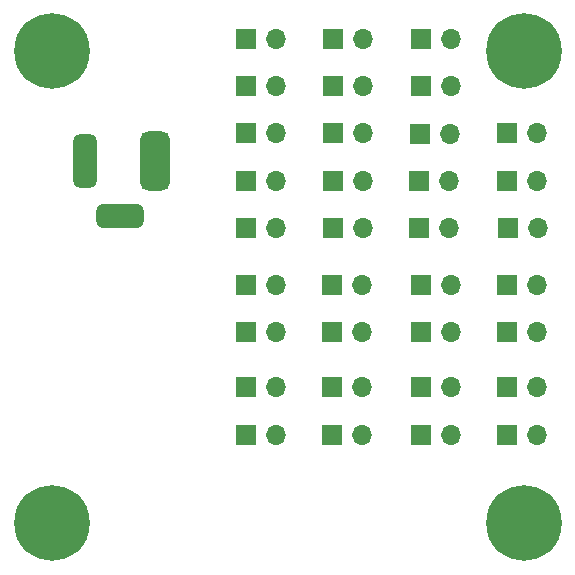
<source format=gbs>
%TF.GenerationSoftware,KiCad,Pcbnew,7.0.10-7.0.10~ubuntu22.04.1*%
%TF.CreationDate,2024-01-03T18:05:14-08:00*%
%TF.ProjectId,YamhillPowerDistribution,59616d68-696c-46c5-906f-776572446973,A*%
%TF.SameCoordinates,Original*%
%TF.FileFunction,Soldermask,Bot*%
%TF.FilePolarity,Negative*%
%FSLAX46Y46*%
G04 Gerber Fmt 4.6, Leading zero omitted, Abs format (unit mm)*
G04 Created by KiCad (PCBNEW 7.0.10-7.0.10~ubuntu22.04.1) date 2024-01-03 18:05:14*
%MOMM*%
%LPD*%
G01*
G04 APERTURE LIST*
G04 Aperture macros list*
%AMRoundRect*
0 Rectangle with rounded corners*
0 $1 Rounding radius*
0 $2 $3 $4 $5 $6 $7 $8 $9 X,Y pos of 4 corners*
0 Add a 4 corners polygon primitive as box body*
4,1,4,$2,$3,$4,$5,$6,$7,$8,$9,$2,$3,0*
0 Add four circle primitives for the rounded corners*
1,1,$1+$1,$2,$3*
1,1,$1+$1,$4,$5*
1,1,$1+$1,$6,$7*
1,1,$1+$1,$8,$9*
0 Add four rect primitives between the rounded corners*
20,1,$1+$1,$2,$3,$4,$5,0*
20,1,$1+$1,$4,$5,$6,$7,0*
20,1,$1+$1,$6,$7,$8,$9,0*
20,1,$1+$1,$8,$9,$2,$3,0*%
G04 Aperture macros list end*
%ADD10C,0.800000*%
%ADD11C,6.400000*%
%ADD12R,1.700000X1.700000*%
%ADD13O,1.700000X1.700000*%
%ADD14RoundRect,0.625000X-0.625000X1.875000X-0.625000X-1.875000X0.625000X-1.875000X0.625000X1.875000X0*%
%ADD15RoundRect,0.500000X-0.500000X1.750000X-0.500000X-1.750000X0.500000X-1.750000X0.500000X1.750000X0*%
%ADD16RoundRect,0.500000X-1.500000X0.500000X-1.500000X-0.500000X1.500000X-0.500000X1.500000X0.500000X0*%
G04 APERTURE END LIST*
D10*
%TO.C,H3*%
X102600000Y-95000000D03*
X103302944Y-93302944D03*
X103302944Y-96697056D03*
X105000000Y-92600000D03*
D11*
X105000000Y-95000000D03*
D10*
X105000000Y-97400000D03*
X106697056Y-93302944D03*
X106697056Y-96697056D03*
X107400000Y-95000000D03*
%TD*%
D12*
%TO.C,J33*%
X128860000Y-66000000D03*
D13*
X131400000Y-66000000D03*
%TD*%
D12*
%TO.C,J14*%
X136250000Y-53975000D03*
D13*
X138790000Y-53975000D03*
%TD*%
D12*
%TO.C,J5*%
X143550000Y-74800000D03*
D13*
X146090000Y-74800000D03*
%TD*%
D12*
%TO.C,J9*%
X143550000Y-78775000D03*
D13*
X146090000Y-78775000D03*
%TD*%
D12*
%TO.C,J13*%
X128850000Y-53975000D03*
D13*
X131390000Y-53975000D03*
%TD*%
D12*
%TO.C,J2*%
X121450000Y-74800000D03*
D13*
X123990000Y-74800000D03*
%TD*%
D10*
%TO.C,H2*%
X142600000Y-55000000D03*
X143302944Y-53302944D03*
X143302944Y-56697056D03*
X145000000Y-52600000D03*
D11*
X145000000Y-55000000D03*
D10*
X145000000Y-57400000D03*
X146697056Y-53302944D03*
X146697056Y-56697056D03*
X147400000Y-55000000D03*
%TD*%
D12*
%TO.C,J22*%
X128750000Y-87475000D03*
D13*
X131290000Y-87475000D03*
%TD*%
D12*
%TO.C,J24*%
X143550000Y-83475000D03*
D13*
X146090000Y-83475000D03*
%TD*%
D12*
%TO.C,J3*%
X128750000Y-74800000D03*
D13*
X131290000Y-74800000D03*
%TD*%
D12*
%TO.C,J26*%
X121450000Y-69975000D03*
D13*
X123990000Y-69975000D03*
%TD*%
D12*
%TO.C,J17*%
X136250000Y-57975000D03*
D13*
X138790000Y-57975000D03*
%TD*%
D12*
%TO.C,J4*%
X136250000Y-74800000D03*
D13*
X138790000Y-74800000D03*
%TD*%
D12*
%TO.C,J29*%
X143650000Y-69975000D03*
D13*
X146190000Y-69975000D03*
%TD*%
D12*
%TO.C,J6*%
X121450000Y-78775000D03*
D13*
X123990000Y-78775000D03*
%TD*%
D12*
%TO.C,J16*%
X128850000Y-57975000D03*
D13*
X131390000Y-57975000D03*
%TD*%
D12*
%TO.C,J20*%
X143550000Y-87475000D03*
D13*
X146090000Y-87475000D03*
%TD*%
D12*
%TO.C,J8*%
X136250000Y-78775000D03*
D13*
X138790000Y-78775000D03*
%TD*%
D12*
%TO.C,J10*%
X121450000Y-61975000D03*
D13*
X123990000Y-61975000D03*
%TD*%
D10*
%TO.C,H4*%
X142600000Y-95000000D03*
X143302944Y-93302944D03*
X143302944Y-96697056D03*
X145000000Y-92600000D03*
D11*
X145000000Y-95000000D03*
D10*
X145000000Y-97400000D03*
X146697056Y-93302944D03*
X146697056Y-96697056D03*
X147400000Y-95000000D03*
%TD*%
D12*
%TO.C,J11*%
X128850000Y-61975000D03*
D13*
X131390000Y-61975000D03*
%TD*%
D12*
%TO.C,J21*%
X136250000Y-87475000D03*
D13*
X138790000Y-87475000D03*
%TD*%
D12*
%TO.C,J28*%
X136150000Y-69975000D03*
D13*
X138690000Y-69975000D03*
%TD*%
D12*
%TO.C,J7*%
X128750000Y-78775000D03*
D13*
X131290000Y-78775000D03*
%TD*%
D10*
%TO.C,H1*%
X102600000Y-55000000D03*
X103302944Y-53302944D03*
X103302944Y-56697056D03*
X105000000Y-52600000D03*
D11*
X105000000Y-55000000D03*
D10*
X105000000Y-57400000D03*
X106697056Y-53302944D03*
X106697056Y-56697056D03*
X107400000Y-55000000D03*
%TD*%
D12*
%TO.C,J34*%
X136150000Y-66000000D03*
D13*
X138690000Y-66000000D03*
%TD*%
D12*
%TO.C,J31*%
X143590000Y-61975000D03*
D13*
X146130000Y-61975000D03*
%TD*%
D14*
%TO.C,J1*%
X113800000Y-64300000D03*
D15*
X107800000Y-64300000D03*
D16*
X110800000Y-69000000D03*
%TD*%
D12*
%TO.C,J23*%
X121460000Y-87500000D03*
D13*
X124000000Y-87500000D03*
%TD*%
D12*
%TO.C,J15*%
X121460000Y-58000000D03*
D13*
X124000000Y-58000000D03*
%TD*%
D12*
%TO.C,J12*%
X121460000Y-54000000D03*
D13*
X124000000Y-54000000D03*
%TD*%
D12*
%TO.C,J18*%
X121450000Y-83475000D03*
D13*
X123990000Y-83475000D03*
%TD*%
D12*
%TO.C,J35*%
X143600000Y-66000000D03*
D13*
X146140000Y-66000000D03*
%TD*%
D12*
%TO.C,J19*%
X128750000Y-83475000D03*
D13*
X131290000Y-83475000D03*
%TD*%
D12*
%TO.C,J25*%
X136250000Y-83475000D03*
D13*
X138790000Y-83475000D03*
%TD*%
D12*
%TO.C,J32*%
X121460000Y-66000000D03*
D13*
X124000000Y-66000000D03*
%TD*%
D12*
%TO.C,J30*%
X136200000Y-62000000D03*
D13*
X138740000Y-62000000D03*
%TD*%
D12*
%TO.C,J27*%
X128850000Y-69975000D03*
D13*
X131390000Y-69975000D03*
%TD*%
M02*

</source>
